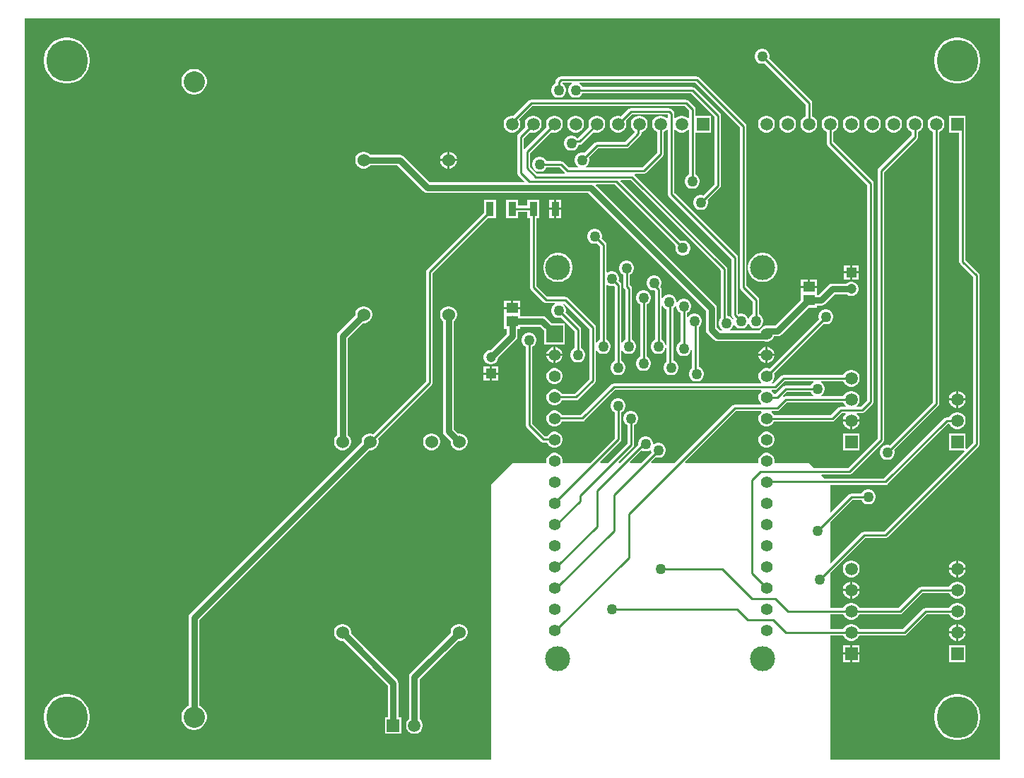
<source format=gtl>
G04*
G04 #@! TF.GenerationSoftware,Altium Limited,Altium Designer,23.3.1 (30)*
G04*
G04 Layer_Physical_Order=1*
G04 Layer_Color=255*
%FSLAX25Y25*%
%MOIN*%
G70*
G04*
G04 #@! TF.SameCoordinates,27A53AFF-B7D0-4960-851C-DE89EC337BCC*
G04*
G04*
G04 #@! TF.FilePolarity,Positive*
G04*
G01*
G75*
%ADD13C,0.01000*%
%ADD14R,0.05709X0.05118*%
%ADD15R,0.03764X0.06528*%
%ADD20R,0.04724X0.04724*%
%ADD21C,0.04724*%
%ADD29C,0.03000*%
%ADD30R,0.07874X0.07874*%
%ADD31C,0.05500*%
%ADD32C,0.11811*%
%ADD33C,0.05906*%
%ADD34R,0.05906X0.05906*%
%ADD35R,0.05906X0.05906*%
%ADD36C,0.10000*%
%ADD37C,0.06000*%
%ADD38C,0.05000*%
%ADD39C,0.19685*%
G36*
X552145Y357971D02*
X551851Y357801D01*
X551199Y357149D01*
X550842Y356529D01*
X539000D01*
X538415Y356413D01*
X537919Y356081D01*
X534367Y352529D01*
X533447D01*
X533001Y353303D01*
X532333Y353971D01*
X532350Y354180D01*
X532428Y354471D01*
X534000D01*
X534585Y354587D01*
X535081Y354919D01*
X538633Y358471D01*
X552011D01*
X552145Y357971D01*
D02*
G37*
G36*
X551199Y352851D02*
X551851Y352199D01*
X552145Y352029D01*
X552011Y351529D01*
X539000D01*
X538415Y351413D01*
X538018Y351148D01*
X537699Y351536D01*
X539634Y353471D01*
X550842D01*
X551199Y352851D01*
D02*
G37*
G36*
X566837Y347573D02*
X567381Y347029D01*
X567173Y346529D01*
X565000D01*
X564415Y346413D01*
X563918Y346081D01*
X560366Y342529D01*
X533447D01*
X533001Y343303D01*
X532333Y343971D01*
X532350Y344180D01*
X532428Y344471D01*
X535000D01*
X535585Y344587D01*
X536081Y344919D01*
X539634Y348471D01*
X566319D01*
X566837Y347573D01*
D02*
G37*
G36*
X475408Y325937D02*
X475500Y325845D01*
Y325539D01*
X475685Y324848D01*
X470837Y320000D01*
X465816D01*
X465625Y320462D01*
X471175Y326012D01*
X471649Y325739D01*
X472539Y325500D01*
X473461D01*
X474351Y325739D01*
X475000Y326113D01*
X475408Y325937D01*
D02*
G37*
G36*
X640000Y180000D02*
X560000D01*
Y238471D01*
X566319D01*
X566837Y237573D01*
X567573Y236837D01*
X568474Y236317D01*
X569480Y236047D01*
X570520D01*
X571526Y236317D01*
X572427Y236837D01*
X573163Y237573D01*
X573681Y238471D01*
X595000D01*
X595585Y238587D01*
X596081Y238919D01*
X605633Y248471D01*
X616319D01*
X616837Y247573D01*
X617573Y246837D01*
X618474Y246317D01*
X619480Y246047D01*
X620520D01*
X621526Y246317D01*
X622427Y246837D01*
X623163Y247573D01*
X623683Y248474D01*
X623953Y249480D01*
Y250520D01*
X623683Y251526D01*
X623163Y252427D01*
X622427Y253163D01*
X621526Y253683D01*
X620520Y253953D01*
X619480D01*
X618474Y253683D01*
X617573Y253163D01*
X616837Y252427D01*
X616319Y251529D01*
X605000D01*
X604415Y251413D01*
X603919Y251081D01*
X594367Y241529D01*
X573681D01*
X573163Y242427D01*
X572427Y243163D01*
X571526Y243683D01*
X570520Y243953D01*
X569480D01*
X568474Y243683D01*
X567573Y243163D01*
X566837Y242427D01*
X566319Y241529D01*
X560000D01*
Y248471D01*
X566319D01*
X566837Y247573D01*
X567573Y246837D01*
X568474Y246317D01*
X569480Y246047D01*
X570520D01*
X571526Y246317D01*
X572427Y246837D01*
X573163Y247573D01*
X573681Y248471D01*
X593000D01*
X593585Y248587D01*
X594081Y248919D01*
X603633Y258471D01*
X616319D01*
X616837Y257573D01*
X617573Y256837D01*
X618474Y256317D01*
X619480Y256047D01*
X620520D01*
X621526Y256317D01*
X622427Y256837D01*
X623163Y257573D01*
X623683Y258474D01*
X623953Y259480D01*
Y260520D01*
X623683Y261526D01*
X623163Y262427D01*
X622427Y263163D01*
X621526Y263683D01*
X620520Y263953D01*
X619480D01*
X618474Y263683D01*
X617573Y263163D01*
X616837Y262427D01*
X616319Y261529D01*
X603000D01*
X602415Y261413D01*
X601919Y261081D01*
X592367Y251529D01*
X573681D01*
X573163Y252427D01*
X572427Y253163D01*
X571526Y253683D01*
X570520Y253953D01*
X569480D01*
X568474Y253683D01*
X567573Y253163D01*
X566837Y252427D01*
X566319Y251529D01*
X560000D01*
Y267837D01*
X576634Y284471D01*
X586000D01*
X586585Y284587D01*
X587081Y284919D01*
X630081Y327919D01*
X630413Y328415D01*
X630529Y329000D01*
Y408500D01*
X630413Y409085D01*
X630082Y409581D01*
X623982Y415681D01*
Y480547D01*
X623953Y480695D01*
Y483953D01*
X616047D01*
Y476047D01*
X620923D01*
Y415047D01*
X621040Y414462D01*
X621371Y413966D01*
X627471Y407866D01*
Y329633D01*
X624415Y326578D01*
X623953Y326769D01*
Y333953D01*
X616047D01*
Y326047D01*
X623231D01*
X623422Y325585D01*
X585366Y287529D01*
X576000D01*
X575415Y287413D01*
X574919Y287081D01*
X560462Y272625D01*
X560000Y272816D01*
Y291837D01*
X570634Y302471D01*
X574841D01*
X575199Y301851D01*
X575851Y301199D01*
X576649Y300739D01*
X577539Y300500D01*
X578461D01*
X579351Y300739D01*
X580149Y301199D01*
X580801Y301851D01*
X581261Y302649D01*
X581500Y303539D01*
Y304461D01*
X581261Y305351D01*
X580801Y306149D01*
X580149Y306801D01*
X579351Y307261D01*
X578461Y307500D01*
X577539D01*
X576649Y307261D01*
X575851Y306801D01*
X575199Y306149D01*
X574841Y305529D01*
X570000D01*
X569415Y305413D01*
X568919Y305081D01*
X560462Y296625D01*
X560000Y296816D01*
Y309553D01*
X586083D01*
X586668Y309670D01*
X587164Y310001D01*
X615633Y338471D01*
X616319D01*
X616837Y337573D01*
X617573Y336837D01*
X618474Y336317D01*
X619480Y336047D01*
X620520D01*
X621526Y336317D01*
X622427Y336837D01*
X623163Y337573D01*
X623683Y338474D01*
X623953Y339480D01*
Y340520D01*
X623683Y341526D01*
X623163Y342427D01*
X622427Y343163D01*
X621526Y343683D01*
X620520Y343953D01*
X619480D01*
X618474Y343683D01*
X617573Y343163D01*
X616837Y342427D01*
X616319Y341529D01*
X615000D01*
X614415Y341413D01*
X613919Y341081D01*
X585449Y312612D01*
X557388D01*
X555991Y314009D01*
X556183Y314471D01*
X569000D01*
X569585Y314587D01*
X570081Y314919D01*
X585081Y329919D01*
X585413Y330415D01*
X585529Y331000D01*
Y457367D01*
X601081Y472919D01*
X601413Y473415D01*
X601529Y474000D01*
Y476319D01*
X602427Y476837D01*
X603163Y477573D01*
X603683Y478474D01*
X603953Y479480D01*
Y480520D01*
X603683Y481526D01*
X603163Y482427D01*
X602427Y483163D01*
X601526Y483683D01*
X600520Y483953D01*
X599480D01*
X598474Y483683D01*
X597573Y483163D01*
X596837Y482427D01*
X596317Y481526D01*
X596047Y480520D01*
Y479480D01*
X596317Y478474D01*
X596837Y477573D01*
X597573Y476837D01*
X598471Y476319D01*
Y474634D01*
X582919Y459081D01*
X582587Y458585D01*
X582471Y458000D01*
Y331633D01*
X568366Y317529D01*
X552471D01*
X550000Y320000D01*
X534025D01*
X533721Y320397D01*
X533750Y320506D01*
Y321494D01*
X533494Y322447D01*
X533001Y323303D01*
X532303Y324001D01*
X531448Y324494D01*
X530494Y324750D01*
X529506D01*
X528552Y324494D01*
X527698Y324001D01*
X526999Y323303D01*
X526506Y322447D01*
X526250Y321494D01*
Y320506D01*
X526279Y320397D01*
X525975Y320000D01*
X491816D01*
X491625Y320462D01*
X515633Y344471D01*
X527572D01*
X527649Y344180D01*
X527667Y343971D01*
X526999Y343303D01*
X526506Y342447D01*
X526250Y341494D01*
Y340506D01*
X526506Y339553D01*
X526999Y338697D01*
X527698Y337999D01*
X528552Y337506D01*
X529506Y337250D01*
X530494D01*
X531448Y337506D01*
X532303Y337999D01*
X533001Y338697D01*
X533447Y339471D01*
X561000D01*
X561585Y339587D01*
X562081Y339919D01*
X565633Y343471D01*
X567173D01*
X567381Y342971D01*
X566837Y342427D01*
X566317Y341526D01*
X566047Y340520D01*
Y340500D01*
X570000D01*
X573953D01*
Y340520D01*
X573683Y341526D01*
X573163Y342427D01*
X572619Y342971D01*
X572826Y343471D01*
X575000D01*
X575585Y343587D01*
X576081Y343919D01*
X580081Y347919D01*
X580413Y348415D01*
X580529Y349000D01*
Y452000D01*
X580413Y452585D01*
X580081Y453081D01*
X561529Y471633D01*
Y476319D01*
X562427Y476837D01*
X563163Y477573D01*
X563683Y478474D01*
X563953Y479480D01*
Y480520D01*
X563683Y481526D01*
X563163Y482427D01*
X562427Y483163D01*
X561526Y483683D01*
X560520Y483953D01*
X559480D01*
X558474Y483683D01*
X557573Y483163D01*
X556837Y482427D01*
X556317Y481526D01*
X556047Y480520D01*
Y479480D01*
X556317Y478474D01*
X556837Y477573D01*
X557573Y476837D01*
X558471Y476319D01*
Y471000D01*
X558587Y470415D01*
X558919Y469919D01*
X577471Y451367D01*
Y349634D01*
X574367Y346529D01*
X572826D01*
X572619Y347029D01*
X573163Y347573D01*
X573683Y348474D01*
X573953Y349480D01*
Y350520D01*
X573683Y351526D01*
X573163Y352427D01*
X572427Y353163D01*
X571526Y353683D01*
X570520Y353953D01*
X569480D01*
X568474Y353683D01*
X567573Y353163D01*
X566837Y352427D01*
X566319Y351529D01*
X555989D01*
X555855Y352029D01*
X556149Y352199D01*
X556801Y352851D01*
X557262Y353649D01*
X557500Y354539D01*
Y355461D01*
X557262Y356351D01*
X556801Y357149D01*
X556149Y357801D01*
X555855Y357971D01*
X555989Y358471D01*
X566319D01*
X566837Y357573D01*
X567573Y356837D01*
X568474Y356317D01*
X569480Y356047D01*
X570520D01*
X571526Y356317D01*
X572427Y356837D01*
X573163Y357573D01*
X573683Y358474D01*
X573953Y359480D01*
Y360520D01*
X573683Y361526D01*
X573163Y362427D01*
X572427Y363163D01*
X571526Y363683D01*
X570520Y363953D01*
X569480D01*
X568474Y363683D01*
X567573Y363163D01*
X566837Y362427D01*
X566319Y361529D01*
X538000D01*
X537415Y361413D01*
X536918Y361081D01*
X533366Y357529D01*
X532428D01*
X532350Y357820D01*
X532333Y358029D01*
X533001Y358697D01*
X533494Y359553D01*
X533750Y360506D01*
Y361494D01*
X533519Y362356D01*
X556848Y385685D01*
X557539Y385500D01*
X558461D01*
X559351Y385738D01*
X560149Y386199D01*
X560801Y386851D01*
X561262Y387649D01*
X561500Y388539D01*
Y389461D01*
X561262Y390351D01*
X560801Y391149D01*
X560149Y391801D01*
X559351Y392262D01*
X558461Y392500D01*
X557539D01*
X556649Y392262D01*
X555851Y391801D01*
X555199Y391149D01*
X554739Y390351D01*
X554500Y389461D01*
Y388539D01*
X554685Y387848D01*
X531356Y364519D01*
X530494Y364750D01*
X529506D01*
X528552Y364494D01*
X527698Y364001D01*
X526999Y363303D01*
X526506Y362447D01*
X526250Y361494D01*
Y360506D01*
X526506Y359553D01*
X526999Y358697D01*
X527667Y358029D01*
X527649Y357820D01*
X527572Y357529D01*
X458000D01*
X457415Y357413D01*
X456919Y357081D01*
X442449Y342612D01*
X433399D01*
X433001Y343303D01*
X432303Y344001D01*
X431448Y344494D01*
X430494Y344750D01*
X429506D01*
X428552Y344494D01*
X427698Y344001D01*
X426999Y343303D01*
X426506Y342447D01*
X426250Y341494D01*
Y340506D01*
X426506Y339553D01*
X426999Y338697D01*
X427698Y337999D01*
X428552Y337506D01*
X429506Y337250D01*
X430494D01*
X431448Y337506D01*
X432303Y337999D01*
X433001Y338697D01*
X433494Y339553D01*
X433495Y339553D01*
X443083D01*
X443668Y339670D01*
X444164Y340001D01*
X458634Y354471D01*
X527572D01*
X527649Y354180D01*
X527667Y353971D01*
X526999Y353303D01*
X526506Y352447D01*
X526250Y351494D01*
Y350506D01*
X526506Y349553D01*
X526999Y348697D01*
X527667Y348029D01*
X527649Y347820D01*
X527572Y347529D01*
X515000D01*
X514415Y347413D01*
X513919Y347081D01*
X486837Y320000D01*
X475816D01*
X475625Y320462D01*
X477848Y322685D01*
X478539Y322500D01*
X479461D01*
X480351Y322739D01*
X481149Y323199D01*
X481801Y323851D01*
X482262Y324649D01*
X482500Y325539D01*
Y326461D01*
X482262Y327351D01*
X481801Y328149D01*
X481149Y328801D01*
X480351Y329261D01*
X479461Y329500D01*
X478539D01*
X477649Y329261D01*
X477000Y328887D01*
X476592Y329063D01*
X476500Y329155D01*
Y329461D01*
X476262Y330351D01*
X475801Y331149D01*
X475149Y331801D01*
X474351Y332261D01*
X473461Y332500D01*
X472539D01*
X471649Y332261D01*
X470851Y331801D01*
X470199Y331149D01*
X469738Y330351D01*
X469500Y329461D01*
Y328663D01*
X460837Y320000D01*
X460357D01*
X460166Y320462D01*
X467081Y327377D01*
X467413Y327873D01*
X467529Y328459D01*
Y337842D01*
X468149Y338199D01*
X468801Y338851D01*
X469262Y339649D01*
X469500Y340539D01*
Y341461D01*
X469262Y342351D01*
X468801Y343149D01*
X468149Y343801D01*
X467351Y344262D01*
X466461Y344500D01*
X465539D01*
X464649Y344262D01*
X463851Y343801D01*
X463199Y343149D01*
X462739Y342351D01*
X462500Y341461D01*
Y340539D01*
X462739Y339649D01*
X463199Y338851D01*
X463851Y338199D01*
X464471Y337842D01*
Y329092D01*
X455378Y320000D01*
X451733D01*
X451542Y320462D01*
X461081Y330001D01*
X461413Y330497D01*
X461529Y331083D01*
Y343842D01*
X462149Y344199D01*
X462801Y344851D01*
X463262Y345649D01*
X463500Y346539D01*
Y347461D01*
X463262Y348351D01*
X462801Y349149D01*
X462149Y349801D01*
X461351Y350261D01*
X460461Y350500D01*
X459539D01*
X458649Y350261D01*
X457851Y349801D01*
X457199Y349149D01*
X456739Y348351D01*
X456500Y347461D01*
Y346539D01*
X456739Y345649D01*
X457199Y344851D01*
X457851Y344199D01*
X458471Y343842D01*
Y331716D01*
X446754Y320000D01*
X434025D01*
X433721Y320397D01*
X433750Y320506D01*
Y321494D01*
X433494Y322447D01*
X433001Y323303D01*
X432303Y324001D01*
X431448Y324494D01*
X430494Y324750D01*
X429506D01*
X428552Y324494D01*
X427698Y324001D01*
X426999Y323303D01*
X426506Y322447D01*
X426250Y321494D01*
Y320506D01*
X426279Y320397D01*
X425975Y320000D01*
X410000D01*
X400000Y310000D01*
Y180000D01*
X180000D01*
Y530000D01*
X640000D01*
Y180000D01*
D02*
G37*
%LPC*%
G36*
X620853Y520843D02*
X619147D01*
X617461Y520576D01*
X615838Y520048D01*
X614317Y519273D01*
X612937Y518270D01*
X611730Y517063D01*
X610727Y515683D01*
X609952Y514162D01*
X609424Y512539D01*
X609158Y510853D01*
Y509147D01*
X609424Y507461D01*
X609952Y505838D01*
X610727Y504317D01*
X611730Y502937D01*
X612937Y501730D01*
X614317Y500727D01*
X615838Y499952D01*
X617461Y499425D01*
X619147Y499157D01*
X620853D01*
X622539Y499425D01*
X624162Y499952D01*
X625683Y500727D01*
X627063Y501730D01*
X628270Y502937D01*
X629273Y504317D01*
X630048Y505838D01*
X630576Y507461D01*
X630842Y509147D01*
Y510853D01*
X630576Y512539D01*
X630048Y514162D01*
X629273Y515683D01*
X628270Y517063D01*
X627063Y518270D01*
X625683Y519273D01*
X624162Y520048D01*
X622539Y520576D01*
X620853Y520843D01*
D02*
G37*
G36*
X200853D02*
X199147D01*
X197461Y520576D01*
X195838Y520048D01*
X194317Y519273D01*
X192937Y518270D01*
X191730Y517063D01*
X190727Y515683D01*
X189952Y514162D01*
X189425Y512539D01*
X189157Y510853D01*
Y509147D01*
X189425Y507461D01*
X189952Y505838D01*
X190727Y504317D01*
X191730Y502937D01*
X192937Y501730D01*
X194317Y500727D01*
X195838Y499952D01*
X197461Y499425D01*
X199147Y499157D01*
X200853D01*
X202539Y499425D01*
X204162Y499952D01*
X205683Y500727D01*
X207063Y501730D01*
X208270Y502937D01*
X209273Y504317D01*
X210048Y505838D01*
X210576Y507461D01*
X210842Y509147D01*
Y510853D01*
X210576Y512539D01*
X210048Y514162D01*
X209273Y515683D01*
X208270Y517063D01*
X207063Y518270D01*
X205683Y519273D01*
X204162Y520048D01*
X202539Y520576D01*
X200853Y520843D01*
D02*
G37*
G36*
X260591Y506000D02*
X259409D01*
X258250Y505769D01*
X257158Y505317D01*
X256175Y504661D01*
X255340Y503825D01*
X254683Y502842D01*
X254231Y501750D01*
X254000Y500591D01*
Y499409D01*
X254231Y498250D01*
X254683Y497158D01*
X255340Y496175D01*
X256175Y495339D01*
X257158Y494683D01*
X258250Y494231D01*
X259409Y494000D01*
X260591D01*
X261750Y494231D01*
X262842Y494683D01*
X263825Y495339D01*
X264661Y496175D01*
X265317Y497158D01*
X265769Y498250D01*
X266000Y499409D01*
Y500591D01*
X265769Y501750D01*
X265317Y502842D01*
X264661Y503825D01*
X263825Y504661D01*
X262842Y505317D01*
X261750Y505769D01*
X260591Y506000D01*
D02*
G37*
G36*
X590520Y483953D02*
X589480D01*
X588474Y483683D01*
X587573Y483163D01*
X586837Y482427D01*
X586317Y481526D01*
X586047Y480520D01*
Y479480D01*
X586317Y478474D01*
X586837Y477573D01*
X587573Y476837D01*
X588474Y476317D01*
X589480Y476047D01*
X590520D01*
X591526Y476317D01*
X592427Y476837D01*
X593163Y477573D01*
X593683Y478474D01*
X593953Y479480D01*
Y480520D01*
X593683Y481526D01*
X593163Y482427D01*
X592427Y483163D01*
X591526Y483683D01*
X590520Y483953D01*
D02*
G37*
G36*
X580520D02*
X579480D01*
X578474Y483683D01*
X577573Y483163D01*
X576837Y482427D01*
X576317Y481526D01*
X576047Y480520D01*
Y479480D01*
X576317Y478474D01*
X576837Y477573D01*
X577573Y476837D01*
X578474Y476317D01*
X579480Y476047D01*
X580520D01*
X581526Y476317D01*
X582427Y476837D01*
X583163Y477573D01*
X583683Y478474D01*
X583953Y479480D01*
Y480520D01*
X583683Y481526D01*
X583163Y482427D01*
X582427Y483163D01*
X581526Y483683D01*
X580520Y483953D01*
D02*
G37*
G36*
X570520D02*
X569480D01*
X568474Y483683D01*
X567573Y483163D01*
X566837Y482427D01*
X566317Y481526D01*
X566047Y480520D01*
Y479480D01*
X566317Y478474D01*
X566837Y477573D01*
X567573Y476837D01*
X568474Y476317D01*
X569480Y476047D01*
X570520D01*
X571526Y476317D01*
X572427Y476837D01*
X573163Y477573D01*
X573683Y478474D01*
X573953Y479480D01*
Y480520D01*
X573683Y481526D01*
X573163Y482427D01*
X572427Y483163D01*
X571526Y483683D01*
X570520Y483953D01*
D02*
G37*
G36*
X528461Y515500D02*
X527539D01*
X526649Y515262D01*
X525851Y514801D01*
X525199Y514149D01*
X524739Y513351D01*
X524500Y512461D01*
Y511539D01*
X524739Y510649D01*
X525199Y509851D01*
X525851Y509199D01*
X526649Y508739D01*
X527539Y508500D01*
X528461D01*
X529152Y508685D01*
X548471Y489366D01*
Y483681D01*
X547573Y483163D01*
X546837Y482427D01*
X546317Y481526D01*
X546047Y480520D01*
Y479480D01*
X546317Y478474D01*
X546837Y477573D01*
X547573Y476837D01*
X548474Y476317D01*
X549480Y476047D01*
X550520D01*
X551526Y476317D01*
X552427Y476837D01*
X553163Y477573D01*
X553683Y478474D01*
X553953Y479480D01*
Y480520D01*
X553683Y481526D01*
X553163Y482427D01*
X552427Y483163D01*
X551529Y483681D01*
Y490000D01*
X551413Y490585D01*
X551081Y491081D01*
X531315Y510848D01*
X531500Y511539D01*
Y512461D01*
X531261Y513351D01*
X530801Y514149D01*
X530149Y514801D01*
X529351Y515262D01*
X528461Y515500D01*
D02*
G37*
G36*
X540520Y483953D02*
X539480D01*
X538474Y483683D01*
X537573Y483163D01*
X536837Y482427D01*
X536317Y481526D01*
X536047Y480520D01*
Y479480D01*
X536317Y478474D01*
X536837Y477573D01*
X537573Y476837D01*
X538474Y476317D01*
X539480Y476047D01*
X540520D01*
X541526Y476317D01*
X542427Y476837D01*
X543163Y477573D01*
X543683Y478474D01*
X543953Y479480D01*
Y480520D01*
X543683Y481526D01*
X543163Y482427D01*
X542427Y483163D01*
X541526Y483683D01*
X540520Y483953D01*
D02*
G37*
G36*
X530520D02*
X529480D01*
X528474Y483683D01*
X527573Y483163D01*
X526837Y482427D01*
X526317Y481526D01*
X526047Y480520D01*
Y479480D01*
X526317Y478474D01*
X526837Y477573D01*
X527573Y476837D01*
X528474Y476317D01*
X529480Y476047D01*
X530520D01*
X531526Y476317D01*
X532427Y476837D01*
X533163Y477573D01*
X533683Y478474D01*
X533953Y479480D01*
Y480520D01*
X533683Y481526D01*
X533163Y482427D01*
X532427Y483163D01*
X531526Y483683D01*
X530520Y483953D01*
D02*
G37*
G36*
X450520D02*
X449480D01*
X448474Y483683D01*
X447573Y483163D01*
X446837Y482427D01*
X446317Y481526D01*
X446047Y480520D01*
Y479480D01*
X446315Y478478D01*
X441132Y473295D01*
X440655D01*
X440149Y473801D01*
X439351Y474262D01*
X438461Y474500D01*
X437539D01*
X436649Y474262D01*
X435851Y473801D01*
X435199Y473149D01*
X434738Y472351D01*
X434500Y471461D01*
Y470539D01*
X434738Y469649D01*
X435199Y468851D01*
X435851Y468199D01*
X436649Y467738D01*
X437539Y467500D01*
X438461D01*
X439351Y467738D01*
X440149Y468199D01*
X440801Y468851D01*
X441261Y469649D01*
X441419Y470236D01*
X441765D01*
X442351Y470352D01*
X442847Y470684D01*
X448478Y476315D01*
X449480Y476047D01*
X450520D01*
X451526Y476317D01*
X452427Y476837D01*
X453163Y477573D01*
X453683Y478474D01*
X453953Y479480D01*
Y480520D01*
X453683Y481526D01*
X453163Y482427D01*
X452427Y483163D01*
X451526Y483683D01*
X450520Y483953D01*
D02*
G37*
G36*
X440520D02*
X439480D01*
X438474Y483683D01*
X437573Y483163D01*
X436837Y482427D01*
X436317Y481526D01*
X436047Y480520D01*
Y479480D01*
X436317Y478474D01*
X436837Y477573D01*
X437573Y476837D01*
X438474Y476317D01*
X439480Y476047D01*
X440520D01*
X441526Y476317D01*
X442427Y476837D01*
X443163Y477573D01*
X443683Y478474D01*
X443953Y479480D01*
Y480520D01*
X443683Y481526D01*
X443163Y482427D01*
X442427Y483163D01*
X441526Y483683D01*
X440520Y483953D01*
D02*
G37*
G36*
X380527Y467000D02*
X380500D01*
Y463500D01*
X384000D01*
Y463527D01*
X383727Y464544D01*
X383201Y465456D01*
X382456Y466201D01*
X381544Y466727D01*
X380527Y467000D01*
D02*
G37*
G36*
X379500D02*
X379473D01*
X378456Y466727D01*
X377544Y466201D01*
X376799Y465456D01*
X376273Y464544D01*
X376000Y463527D01*
Y463500D01*
X379500D01*
Y467000D01*
D02*
G37*
G36*
X384000Y462500D02*
X380500D01*
Y459000D01*
X380527D01*
X381544Y459273D01*
X382456Y459799D01*
X383201Y460544D01*
X383727Y461456D01*
X384000Y462473D01*
Y462500D01*
D02*
G37*
G36*
X379500D02*
X376000D01*
Y462473D01*
X376273Y461456D01*
X376799Y460544D01*
X377544Y459799D01*
X378456Y459273D01*
X379473Y459000D01*
X379500D01*
Y462500D01*
D02*
G37*
G36*
X497000Y502529D02*
X433000D01*
X432415Y502413D01*
X431919Y502081D01*
X430919Y501081D01*
X430587Y500585D01*
X430471Y500000D01*
Y499158D01*
X429851Y498801D01*
X429199Y498149D01*
X428738Y497351D01*
X428500Y496461D01*
Y495539D01*
X428738Y494649D01*
X429199Y493851D01*
X429851Y493199D01*
X430649Y492738D01*
X431539Y492500D01*
X432461D01*
X433351Y492738D01*
X434149Y493199D01*
X434801Y493851D01*
X435261Y494649D01*
X435500Y495539D01*
Y496461D01*
X435261Y497351D01*
X434801Y498149D01*
X434149Y498801D01*
X433855Y498971D01*
X433989Y499471D01*
X438011D01*
X438145Y498971D01*
X437851Y498801D01*
X437199Y498149D01*
X436738Y497351D01*
X436500Y496461D01*
Y495539D01*
X436738Y494649D01*
X437199Y493851D01*
X437851Y493199D01*
X438649Y492738D01*
X439539Y492500D01*
X440461D01*
X441351Y492738D01*
X442149Y493199D01*
X442801Y493851D01*
X443158Y494471D01*
X494367D01*
X505471Y483366D01*
Y451634D01*
X500152Y446315D01*
X499461Y446500D01*
X498539D01*
X497649Y446262D01*
X496851Y445801D01*
X496199Y445149D01*
X495739Y444351D01*
X495500Y443461D01*
Y442539D01*
X495739Y441649D01*
X496199Y440851D01*
X496851Y440199D01*
X497649Y439739D01*
X498539Y439500D01*
X499461D01*
X500351Y439739D01*
X501149Y440199D01*
X501801Y440851D01*
X502261Y441649D01*
X502500Y442539D01*
Y443461D01*
X502315Y444152D01*
X508081Y449919D01*
X508413Y450415D01*
X508529Y451000D01*
Y484000D01*
X508413Y484585D01*
X508081Y485081D01*
X496081Y497081D01*
X495585Y497413D01*
X495000Y497529D01*
X443158D01*
X442801Y498149D01*
X442149Y498801D01*
X441855Y498971D01*
X441989Y499471D01*
X496367D01*
X517471Y478367D01*
Y403000D01*
X517587Y402415D01*
X517919Y401919D01*
X523471Y396367D01*
Y390159D01*
X522851Y389801D01*
X522199Y389149D01*
X521766Y388399D01*
X521500Y388358D01*
X521234Y388399D01*
X520801Y389149D01*
X520149Y389801D01*
X519351Y390262D01*
X518461Y390500D01*
X517539D01*
X516903Y390330D01*
X516529Y390652D01*
Y417041D01*
X516413Y417626D01*
X516081Y418123D01*
X486529Y447675D01*
Y477174D01*
X487029Y477381D01*
X487573Y476837D01*
X488474Y476317D01*
X489480Y476047D01*
X490520D01*
X491526Y476317D01*
X492427Y476837D01*
X492971Y477381D01*
X493471Y477174D01*
Y456158D01*
X492851Y455801D01*
X492199Y455149D01*
X491739Y454351D01*
X491500Y453461D01*
Y452539D01*
X491739Y451649D01*
X492199Y450851D01*
X492851Y450199D01*
X493649Y449739D01*
X494539Y449500D01*
X495461D01*
X496351Y449739D01*
X497149Y450199D01*
X497801Y450851D01*
X498261Y451649D01*
X498500Y452539D01*
Y453461D01*
X498261Y454351D01*
X497801Y455149D01*
X497149Y455801D01*
X496529Y456158D01*
Y476047D01*
X503953D01*
Y483953D01*
X496529D01*
Y487000D01*
X496413Y487585D01*
X496081Y488081D01*
X493081Y491081D01*
X492585Y491413D01*
X492000Y491529D01*
X419000D01*
X418415Y491413D01*
X417919Y491081D01*
X410733Y483896D01*
X410520Y483953D01*
X409480D01*
X408474Y483683D01*
X407573Y483163D01*
X406837Y482427D01*
X406317Y481526D01*
X406047Y480520D01*
Y479480D01*
X406317Y478474D01*
X406837Y477573D01*
X407573Y476837D01*
X408474Y476317D01*
X409480Y476047D01*
X410520D01*
X411526Y476317D01*
X412427Y476837D01*
X413163Y477573D01*
X413683Y478474D01*
X413953Y479480D01*
Y480520D01*
X413683Y481526D01*
X413319Y482156D01*
X419633Y488471D01*
X491366D01*
X493471Y486367D01*
Y482827D01*
X492971Y482619D01*
X492427Y483163D01*
X491526Y483683D01*
X490520Y483953D01*
X489480D01*
X488474Y483683D01*
X487573Y483163D01*
X487029Y482619D01*
X486529Y482827D01*
Y485000D01*
X486413Y485585D01*
X486081Y486081D01*
X485081Y487081D01*
X484585Y487413D01*
X484000Y487529D01*
X466000D01*
X465415Y487413D01*
X464919Y487081D01*
X461522Y483684D01*
X460520Y483953D01*
X459480D01*
X458474Y483683D01*
X457573Y483163D01*
X456837Y482427D01*
X456317Y481526D01*
X456047Y480520D01*
Y479480D01*
X456317Y478474D01*
X456837Y477573D01*
X457573Y476837D01*
X458474Y476317D01*
X459480Y476047D01*
X460520D01*
X461526Y476317D01*
X462427Y476837D01*
X463163Y477573D01*
X463683Y478474D01*
X463953Y479480D01*
Y480520D01*
X463685Y481522D01*
X466634Y484471D01*
X483366D01*
X483471Y484367D01*
Y482827D01*
X482971Y482619D01*
X482427Y483163D01*
X481526Y483683D01*
X480520Y483953D01*
X479480D01*
X478474Y483683D01*
X477573Y483163D01*
X476837Y482427D01*
X476317Y481526D01*
X476047Y480520D01*
Y479480D01*
X476317Y478474D01*
X476837Y477573D01*
X477573Y476837D01*
X478471Y476319D01*
Y466634D01*
X471367Y459529D01*
X444989D01*
X444855Y460029D01*
X445149Y460199D01*
X445801Y460851D01*
X446262Y461649D01*
X446500Y462539D01*
Y463461D01*
X446315Y464152D01*
X450633Y468471D01*
X464000D01*
X464585Y468587D01*
X465081Y468919D01*
X470629Y474466D01*
X470960Y474962D01*
X471077Y475547D01*
Y476196D01*
X471526Y476317D01*
X472427Y476837D01*
X473163Y477573D01*
X473683Y478474D01*
X473953Y479480D01*
Y480520D01*
X473683Y481526D01*
X473163Y482427D01*
X472427Y483163D01*
X471526Y483683D01*
X470520Y483953D01*
X469480D01*
X468474Y483683D01*
X467573Y483163D01*
X466837Y482427D01*
X466317Y481526D01*
X466047Y480520D01*
Y479480D01*
X466317Y478474D01*
X466837Y477573D01*
X467573Y476837D01*
X467916Y476639D01*
X467959Y476122D01*
X463367Y471529D01*
X450000D01*
X449415Y471413D01*
X448918Y471081D01*
X444152Y466315D01*
X443461Y466500D01*
X442539D01*
X441649Y466261D01*
X440851Y465801D01*
X440199Y465149D01*
X439739Y464351D01*
X439500Y463461D01*
Y462539D01*
X439739Y461649D01*
X440199Y460851D01*
X440851Y460199D01*
X441145Y460029D01*
X441011Y459529D01*
X436633D01*
X434081Y462081D01*
X433585Y462413D01*
X433000Y462529D01*
X426159D01*
X425801Y463149D01*
X425149Y463801D01*
X424351Y464261D01*
X423461Y464500D01*
X422539D01*
X421649Y464261D01*
X420851Y463801D01*
X420199Y463149D01*
X419738Y462351D01*
X419500Y461461D01*
Y460539D01*
X419738Y459649D01*
X420199Y458851D01*
X420851Y458199D01*
X421649Y457738D01*
X422539Y457500D01*
X423461D01*
X424351Y457738D01*
X425149Y458199D01*
X425801Y458851D01*
X426159Y459471D01*
X432367D01*
X434808Y457029D01*
X434671Y456592D01*
X434623Y456529D01*
X421814D01*
X418529Y459814D01*
Y466366D01*
X428478Y476315D01*
X429480Y476047D01*
X430520D01*
X431526Y476317D01*
X432427Y476837D01*
X433163Y477573D01*
X433683Y478474D01*
X433953Y479480D01*
Y480520D01*
X433683Y481526D01*
X433163Y482427D01*
X432427Y483163D01*
X431526Y483683D01*
X430520Y483953D01*
X429480D01*
X428474Y483683D01*
X427573Y483163D01*
X426837Y482427D01*
X426317Y481526D01*
X426047Y480520D01*
Y479480D01*
X426315Y478478D01*
X416029Y468192D01*
X415592Y468329D01*
X415529Y468377D01*
Y473366D01*
X418478Y476315D01*
X419480Y476047D01*
X420520D01*
X421526Y476317D01*
X422427Y476837D01*
X423163Y477573D01*
X423683Y478474D01*
X423953Y479480D01*
Y480520D01*
X423683Y481526D01*
X423163Y482427D01*
X422427Y483163D01*
X421526Y483683D01*
X420520Y483953D01*
X419480D01*
X418474Y483683D01*
X417573Y483163D01*
X416837Y482427D01*
X416317Y481526D01*
X416047Y480520D01*
Y479480D01*
X416316Y478478D01*
X412919Y475081D01*
X412587Y474585D01*
X412471Y474000D01*
Y457000D01*
X412587Y456415D01*
X412919Y455919D01*
X415826Y453011D01*
X415635Y452549D01*
X371056D01*
X358802Y464802D01*
X357976Y465355D01*
X357000Y465549D01*
X343108D01*
X342456Y466201D01*
X341544Y466727D01*
X340527Y467000D01*
X339473D01*
X338456Y466727D01*
X337544Y466201D01*
X336799Y465456D01*
X336273Y464544D01*
X336000Y463527D01*
Y462473D01*
X336273Y461456D01*
X336799Y460544D01*
X337544Y459799D01*
X338456Y459273D01*
X339473Y459000D01*
X340527D01*
X341544Y459273D01*
X342456Y459799D01*
X343108Y460451D01*
X355944D01*
X368198Y448198D01*
X369024Y447645D01*
X370000Y447451D01*
X445944D01*
X501451Y391944D01*
Y383000D01*
X501645Y382025D01*
X502198Y381198D01*
X505198Y378198D01*
X506025Y377645D01*
X507000Y377451D01*
X528756D01*
X529506Y377250D01*
X530494D01*
X531448Y377506D01*
X532303Y377999D01*
X533001Y378697D01*
X533494Y379553D01*
X533574Y379849D01*
X535252D01*
X536228Y380043D01*
X537055Y380596D01*
X549751Y393291D01*
X553854D01*
Y394301D01*
X555738D01*
X556714Y394495D01*
X557541Y395048D01*
X562070Y399577D01*
X567794D01*
X567936Y399436D01*
X568702Y398993D01*
X569557Y398764D01*
X570443D01*
X571298Y398993D01*
X572064Y399436D01*
X572690Y400062D01*
X573133Y400828D01*
X573362Y401683D01*
Y402569D01*
X573133Y403424D01*
X572690Y404190D01*
X572064Y404816D01*
X571298Y405259D01*
X570443Y405488D01*
X569557D01*
X568702Y405259D01*
X567936Y404816D01*
X567794Y404675D01*
X561014D01*
X560038Y404481D01*
X559211Y403928D01*
X554682Y399399D01*
X553854D01*
Y402650D01*
X546146D01*
Y399591D01*
Y396896D01*
X534197Y384947D01*
X531315D01*
X530340Y384753D01*
X530336Y384750D01*
X529506D01*
X528552Y384494D01*
X527698Y384001D01*
X526999Y383303D01*
X526564Y382549D01*
X513120D01*
X512986Y383049D01*
X513185Y383164D01*
X513836Y383815D01*
X514297Y384613D01*
X514443Y385160D01*
X514980Y385231D01*
X515199Y384851D01*
X515851Y384199D01*
X516649Y383738D01*
X517539Y383500D01*
X518461D01*
X519351Y383738D01*
X520149Y384199D01*
X520801Y384851D01*
X521234Y385601D01*
X521500Y385642D01*
X521766Y385601D01*
X522199Y384851D01*
X522851Y384199D01*
X523649Y383738D01*
X524539Y383500D01*
X525461D01*
X526351Y383738D01*
X527149Y384199D01*
X527801Y384851D01*
X528262Y385649D01*
X528500Y386539D01*
Y387461D01*
X528262Y388351D01*
X527801Y389149D01*
X527149Y389801D01*
X526529Y390159D01*
Y397000D01*
X526413Y397585D01*
X526081Y398081D01*
X520529Y403633D01*
Y479000D01*
X520413Y479585D01*
X520081Y480081D01*
X498081Y502081D01*
X497585Y502413D01*
X497000Y502529D01*
D02*
G37*
G36*
X422882Y444264D02*
X417118D01*
Y441529D01*
X412882D01*
Y444264D01*
X407118D01*
Y435736D01*
X412882D01*
Y438471D01*
X417118D01*
Y435736D01*
X418471D01*
Y403000D01*
X418587Y402415D01*
X418919Y401919D01*
X424919Y395919D01*
X425415Y395587D01*
X426000Y395471D01*
X430011D01*
X430145Y394971D01*
X429851Y394801D01*
X429199Y394149D01*
X428738Y393351D01*
X428500Y392461D01*
Y391539D01*
X428738Y390649D01*
X429199Y389851D01*
X429851Y389199D01*
X430649Y388738D01*
X431539Y388500D01*
X432461D01*
X433152Y388685D01*
X439471Y382366D01*
Y374159D01*
X438851Y373801D01*
X438199Y373149D01*
X437739Y372351D01*
X437500Y371461D01*
Y370539D01*
X437739Y369649D01*
X438199Y368851D01*
X438851Y368199D01*
X439649Y367739D01*
X440539Y367500D01*
X441461D01*
X442351Y367739D01*
X443149Y368199D01*
X443801Y368851D01*
X444262Y369649D01*
X444500Y370539D01*
Y371461D01*
X444262Y372351D01*
X443801Y373149D01*
X443149Y373801D01*
X442529Y374159D01*
Y383000D01*
X442413Y383585D01*
X442081Y384081D01*
X435315Y390848D01*
X435500Y391539D01*
Y392461D01*
X435261Y393351D01*
X434801Y394149D01*
X434149Y394801D01*
X434127Y394813D01*
X434226Y395334D01*
X434468Y395369D01*
X446471Y383366D01*
Y359633D01*
X439449Y352612D01*
X433399D01*
X433001Y353303D01*
X432303Y354001D01*
X431448Y354494D01*
X430494Y354750D01*
X429506D01*
X428552Y354494D01*
X427698Y354001D01*
X426999Y353303D01*
X426506Y352447D01*
X426250Y351494D01*
Y350506D01*
X426506Y349553D01*
X426999Y348697D01*
X427698Y347999D01*
X428552Y347506D01*
X429506Y347250D01*
X430494D01*
X431448Y347506D01*
X432303Y347999D01*
X433001Y348697D01*
X433494Y349553D01*
X433495Y349553D01*
X440083D01*
X440668Y349670D01*
X441164Y350001D01*
X449081Y357919D01*
X449413Y358415D01*
X449529Y359000D01*
Y373011D01*
X450029Y373145D01*
X450199Y372851D01*
X450851Y372199D01*
X451649Y371739D01*
X452539Y371500D01*
X453461D01*
X454351Y371739D01*
X455149Y372199D01*
X455801Y372851D01*
X456261Y373649D01*
X456500Y374539D01*
Y375461D01*
X456261Y376351D01*
X455801Y377149D01*
X455149Y377801D01*
X454529Y378158D01*
Y403860D01*
X455029Y404096D01*
X455649Y403738D01*
X456539Y403500D01*
X457461D01*
X458097Y403670D01*
X458471Y403347D01*
Y368159D01*
X457851Y367801D01*
X457199Y367149D01*
X456739Y366351D01*
X456500Y365461D01*
Y364539D01*
X456739Y363649D01*
X457199Y362851D01*
X457851Y362199D01*
X458649Y361738D01*
X459539Y361500D01*
X460461D01*
X461351Y361738D01*
X462149Y362199D01*
X462801Y362851D01*
X463262Y363649D01*
X463500Y364539D01*
Y365461D01*
X463262Y366351D01*
X462801Y367149D01*
X462149Y367801D01*
X461529Y368159D01*
Y373011D01*
X462029Y373145D01*
X462199Y372851D01*
X462851Y372199D01*
X463649Y371739D01*
X464539Y371500D01*
X465461D01*
X466351Y371739D01*
X467149Y372199D01*
X467801Y372851D01*
X468261Y373649D01*
X468500Y374539D01*
Y375461D01*
X468261Y376351D01*
X467801Y377149D01*
X467149Y377801D01*
X466529Y378158D01*
Y402414D01*
X466413Y402999D01*
X466081Y403496D01*
X465529Y404048D01*
Y408842D01*
X466149Y409199D01*
X466801Y409851D01*
X467262Y410649D01*
X467500Y411539D01*
Y412461D01*
X467262Y413351D01*
X466801Y414149D01*
X466149Y414801D01*
X465351Y415262D01*
X464461Y415500D01*
X463539D01*
X462649Y415262D01*
X461851Y414801D01*
X461199Y414149D01*
X460739Y413351D01*
X460500Y412461D01*
Y411539D01*
X460739Y410649D01*
X461199Y409851D01*
X461851Y409199D01*
X462471Y408842D01*
Y403414D01*
X462587Y402829D01*
X462919Y402333D01*
X463471Y401781D01*
Y378158D01*
X462851Y377801D01*
X462199Y377149D01*
X462029Y376855D01*
X461529Y376989D01*
Y404000D01*
X461413Y404585D01*
X461081Y405081D01*
X460315Y405848D01*
X460500Y406539D01*
Y407461D01*
X460261Y408351D01*
X459801Y409149D01*
X459149Y409801D01*
X458351Y410261D01*
X457461Y410500D01*
X456539D01*
X455649Y410261D01*
X455029Y409904D01*
X454529Y410141D01*
Y423000D01*
X454413Y423585D01*
X454081Y424082D01*
X452315Y425848D01*
X452500Y426539D01*
Y427461D01*
X452261Y428351D01*
X451801Y429149D01*
X451149Y429801D01*
X450351Y430262D01*
X449461Y430500D01*
X448539D01*
X447649Y430262D01*
X446851Y429801D01*
X446199Y429149D01*
X445739Y428351D01*
X445500Y427461D01*
Y426539D01*
X445739Y425649D01*
X446199Y424851D01*
X446851Y424199D01*
X447649Y423738D01*
X448539Y423500D01*
X449461D01*
X450152Y423685D01*
X451471Y422367D01*
Y378158D01*
X450851Y377801D01*
X450199Y377149D01*
X450029Y376855D01*
X449529Y376989D01*
Y384000D01*
X449413Y384585D01*
X449081Y385081D01*
X436081Y398081D01*
X435585Y398413D01*
X435000Y398529D01*
X426634D01*
X421529Y403633D01*
Y435736D01*
X422882D01*
Y444264D01*
D02*
G37*
G36*
X433324D02*
X430942D01*
Y440500D01*
X433324D01*
Y444264D01*
D02*
G37*
G36*
X429942D02*
X427560D01*
Y440500D01*
X429942D01*
Y444264D01*
D02*
G37*
G36*
X433324Y439500D02*
X430942D01*
Y435736D01*
X433324D01*
Y439500D01*
D02*
G37*
G36*
X429942D02*
X427560D01*
Y435736D01*
X429942D01*
Y439500D01*
D02*
G37*
G36*
X573362Y413362D02*
X570500D01*
Y410500D01*
X573362D01*
Y413362D01*
D02*
G37*
G36*
X569500D02*
X566638D01*
Y410500D01*
X569500D01*
Y413362D01*
D02*
G37*
G36*
X573362Y409500D02*
X570500D01*
Y406638D01*
X573362D01*
Y409500D01*
D02*
G37*
G36*
X569500D02*
X566638D01*
Y406638D01*
X569500D01*
Y409500D01*
D02*
G37*
G36*
X528830Y419244D02*
X527469D01*
X526135Y418979D01*
X524879Y418458D01*
X523748Y417702D01*
X522786Y416741D01*
X522030Y415610D01*
X521510Y414353D01*
X521244Y413019D01*
Y411658D01*
X521510Y410324D01*
X522030Y409068D01*
X522786Y407937D01*
X523748Y406975D01*
X524879Y406219D01*
X526135Y405698D01*
X527469Y405433D01*
X528830D01*
X530164Y405698D01*
X531421Y406219D01*
X532552Y406975D01*
X533513Y407937D01*
X534269Y409068D01*
X534790Y410324D01*
X535055Y411658D01*
Y413019D01*
X534790Y414353D01*
X534269Y415610D01*
X533513Y416741D01*
X532552Y417702D01*
X531421Y418458D01*
X530164Y418979D01*
X528830Y419244D01*
D02*
G37*
G36*
X432334D02*
X430973D01*
X429639Y418979D01*
X428383Y418458D01*
X427251Y417702D01*
X426290Y416741D01*
X425534Y415610D01*
X425013Y414353D01*
X424748Y413019D01*
Y411658D01*
X425013Y410324D01*
X425534Y409068D01*
X426290Y407937D01*
X427251Y406975D01*
X428383Y406219D01*
X429639Y405698D01*
X430973Y405433D01*
X432334D01*
X433668Y405698D01*
X434925Y406219D01*
X436056Y406975D01*
X437017Y407937D01*
X437773Y409068D01*
X438294Y410324D01*
X438559Y411658D01*
Y413019D01*
X438294Y414353D01*
X437773Y415610D01*
X437017Y416741D01*
X436056Y417702D01*
X434925Y418458D01*
X433668Y418979D01*
X432334Y419244D01*
D02*
G37*
G36*
X553854Y406709D02*
X550500D01*
Y403650D01*
X553854D01*
Y406709D01*
D02*
G37*
G36*
X549500D02*
X546146D01*
Y403650D01*
X549500D01*
Y406709D01*
D02*
G37*
G36*
X413854Y396709D02*
X410500D01*
Y393650D01*
X413854D01*
Y396709D01*
D02*
G37*
G36*
X409500D02*
X406146D01*
Y393650D01*
X409500D01*
Y396709D01*
D02*
G37*
G36*
X413854Y392650D02*
X406146D01*
Y389591D01*
Y383291D01*
X407451D01*
Y381056D01*
X399757Y373362D01*
X399557D01*
X398702Y373133D01*
X397936Y372690D01*
X397310Y372064D01*
X396867Y371298D01*
X396638Y370443D01*
Y369557D01*
X396867Y368702D01*
X397310Y367936D01*
X397936Y367310D01*
X398702Y366867D01*
X399557Y366638D01*
X400443D01*
X401298Y366867D01*
X402064Y367310D01*
X402690Y367936D01*
X403133Y368702D01*
X403362Y369557D01*
Y369757D01*
X411802Y378198D01*
X412355Y379025D01*
X412549Y380000D01*
Y383291D01*
X413854D01*
Y384301D01*
X423176D01*
X425063Y382415D01*
Y376063D01*
X434937D01*
Y385937D01*
X428751D01*
X426035Y388653D01*
X425208Y389205D01*
X424232Y389399D01*
X413854D01*
Y389591D01*
Y392650D01*
D02*
G37*
G36*
X530500Y374748D02*
Y371500D01*
X533748D01*
X533494Y372447D01*
X533001Y373303D01*
X532303Y374001D01*
X531448Y374494D01*
X530500Y374748D01*
D02*
G37*
G36*
X529500D02*
X528552Y374494D01*
X527698Y374001D01*
X526999Y373303D01*
X526506Y372447D01*
X526252Y371500D01*
X529500D01*
Y374748D01*
D02*
G37*
G36*
X430500D02*
Y371500D01*
X433748D01*
X433494Y372447D01*
X433001Y373303D01*
X432303Y374001D01*
X431448Y374494D01*
X430500Y374748D01*
D02*
G37*
G36*
X429500D02*
X428552Y374494D01*
X427698Y374001D01*
X426999Y373303D01*
X426506Y372447D01*
X426252Y371500D01*
X429500D01*
Y374748D01*
D02*
G37*
G36*
X533748Y370500D02*
X530500D01*
Y367252D01*
X531448Y367506D01*
X532303Y367999D01*
X533001Y368697D01*
X533494Y369553D01*
X533748Y370500D01*
D02*
G37*
G36*
X529500D02*
X526252D01*
X526506Y369553D01*
X526999Y368697D01*
X527698Y367999D01*
X528552Y367506D01*
X529500Y367252D01*
Y370500D01*
D02*
G37*
G36*
X433748D02*
X430500D01*
Y367252D01*
X431448Y367506D01*
X432303Y367999D01*
X433001Y368697D01*
X433494Y369553D01*
X433748Y370500D01*
D02*
G37*
G36*
X429500D02*
X426252D01*
X426506Y369553D01*
X426999Y368697D01*
X427698Y367999D01*
X428552Y367506D01*
X429500Y367252D01*
Y370500D01*
D02*
G37*
G36*
X472461Y401500D02*
X471539D01*
X470649Y401262D01*
X469851Y400801D01*
X469199Y400149D01*
X468739Y399351D01*
X468500Y398461D01*
Y397539D01*
X468739Y396649D01*
X469199Y395851D01*
X469851Y395199D01*
X470471Y394842D01*
Y370159D01*
X469851Y369801D01*
X469199Y369149D01*
X468739Y368351D01*
X468500Y367461D01*
Y366539D01*
X468739Y365649D01*
X469199Y364851D01*
X469851Y364199D01*
X470649Y363738D01*
X471539Y363500D01*
X472461D01*
X473351Y363738D01*
X474149Y364199D01*
X474801Y364851D01*
X475261Y365649D01*
X475500Y366539D01*
Y367461D01*
X475261Y368351D01*
X474801Y369149D01*
X474149Y369801D01*
X473529Y370159D01*
Y394842D01*
X474149Y395199D01*
X474801Y395851D01*
X475261Y396649D01*
X475500Y397539D01*
Y398461D01*
X475261Y399351D01*
X474801Y400149D01*
X474149Y400801D01*
X473351Y401262D01*
X472461Y401500D01*
D02*
G37*
G36*
X403362Y365488D02*
X400500D01*
Y362626D01*
X403362D01*
Y365488D01*
D02*
G37*
G36*
X399500D02*
X396638D01*
Y362626D01*
X399500D01*
Y365488D01*
D02*
G37*
G36*
X403362Y361626D02*
X400500D01*
Y358764D01*
X403362D01*
Y361626D01*
D02*
G37*
G36*
X399500D02*
X396638D01*
Y358764D01*
X399500D01*
Y361626D01*
D02*
G37*
G36*
X477461Y408500D02*
X476539D01*
X475649Y408261D01*
X474851Y407801D01*
X474199Y407149D01*
X473738Y406351D01*
X473500Y405461D01*
Y404539D01*
X473738Y403649D01*
X474199Y402851D01*
X474851Y402199D01*
X475649Y401739D01*
X476539Y401500D01*
X477255D01*
X477471Y401284D01*
Y378158D01*
X476851Y377801D01*
X476199Y377149D01*
X475738Y376351D01*
X475500Y375461D01*
Y374539D01*
X475738Y373649D01*
X476199Y372851D01*
X476851Y372199D01*
X477649Y371739D01*
X478539Y371500D01*
X479461D01*
X480351Y371739D01*
X481149Y372199D01*
X481801Y372851D01*
X482262Y373649D01*
X482471Y374429D01*
X482971Y374364D01*
Y367870D01*
X482851Y367801D01*
X482199Y367149D01*
X481739Y366351D01*
X481500Y365461D01*
Y364539D01*
X481739Y363649D01*
X482199Y362851D01*
X482851Y362199D01*
X483649Y361738D01*
X484539Y361500D01*
X485461D01*
X486351Y361738D01*
X487149Y362199D01*
X487801Y362851D01*
X488262Y363649D01*
X488500Y364539D01*
Y365461D01*
X488262Y366351D01*
X487801Y367149D01*
X487149Y367801D01*
X486351Y368262D01*
X486029Y368348D01*
Y393130D01*
X486149Y393199D01*
X486801Y393851D01*
X487000Y394196D01*
X487500Y394062D01*
Y393539D01*
X487739Y392649D01*
X488199Y391851D01*
X488851Y391199D01*
X489471Y390842D01*
Y377158D01*
X488851Y376801D01*
X488199Y376149D01*
X487739Y375351D01*
X487500Y374461D01*
Y373539D01*
X487739Y372649D01*
X488199Y371851D01*
X488851Y371199D01*
X489649Y370739D01*
X490539Y370500D01*
X491461D01*
X492351Y370739D01*
X493149Y371199D01*
X493801Y371851D01*
X494262Y372649D01*
X494471Y373429D01*
X494971Y373364D01*
Y364870D01*
X494851Y364801D01*
X494199Y364149D01*
X493739Y363351D01*
X493500Y362461D01*
Y361539D01*
X493739Y360649D01*
X494199Y359851D01*
X494851Y359199D01*
X495649Y358738D01*
X496539Y358500D01*
X497461D01*
X498351Y358738D01*
X499149Y359199D01*
X499801Y359851D01*
X500261Y360649D01*
X500500Y361539D01*
Y362461D01*
X500261Y363351D01*
X499801Y364149D01*
X499149Y364801D01*
X498351Y365262D01*
X498029Y365348D01*
Y384130D01*
X498149Y384199D01*
X498801Y384851D01*
X499262Y385649D01*
X499500Y386539D01*
Y387461D01*
X499262Y388351D01*
X498801Y389149D01*
X498149Y389801D01*
X497351Y390262D01*
X496461Y390500D01*
X495539D01*
X494649Y390262D01*
X493851Y389801D01*
X493199Y389149D01*
X493029Y388855D01*
X492529Y388989D01*
Y390842D01*
X493149Y391199D01*
X493801Y391851D01*
X494262Y392649D01*
X494500Y393539D01*
Y394461D01*
X494262Y395351D01*
X493801Y396149D01*
X493149Y396801D01*
X492351Y397262D01*
X491461Y397500D01*
X490539D01*
X489649Y397262D01*
X488851Y396801D01*
X488199Y396149D01*
X488000Y395804D01*
X487500Y395938D01*
Y396461D01*
X487261Y397351D01*
X486801Y398149D01*
X486149Y398801D01*
X485351Y399261D01*
X484461Y399500D01*
X483539D01*
X482649Y399261D01*
X481851Y398801D01*
X481199Y398149D01*
X481029Y397855D01*
X480529Y397989D01*
Y401918D01*
X480413Y402503D01*
X480081Y402999D01*
X479958Y403123D01*
X480262Y403649D01*
X480500Y404539D01*
Y405461D01*
X480262Y406351D01*
X479801Y407149D01*
X479149Y407801D01*
X478351Y408261D01*
X477461Y408500D01*
D02*
G37*
G36*
X430494Y364750D02*
X429506D01*
X428552Y364494D01*
X427698Y364001D01*
X426999Y363303D01*
X426506Y362447D01*
X426250Y361494D01*
Y360506D01*
X426506Y359553D01*
X426999Y358697D01*
X427698Y357999D01*
X428552Y357506D01*
X429506Y357250D01*
X430494D01*
X431448Y357506D01*
X432303Y357999D01*
X433001Y358697D01*
X433494Y359553D01*
X433750Y360506D01*
Y361494D01*
X433494Y362447D01*
X433001Y363303D01*
X432303Y364001D01*
X431448Y364494D01*
X430494Y364750D01*
D02*
G37*
G36*
X620520Y353953D02*
X620500D01*
Y350500D01*
X623953D01*
Y350520D01*
X623683Y351526D01*
X623163Y352427D01*
X622427Y353163D01*
X621526Y353683D01*
X620520Y353953D01*
D02*
G37*
G36*
X619500D02*
X619480D01*
X618474Y353683D01*
X617573Y353163D01*
X616837Y352427D01*
X616317Y351526D01*
X616047Y350520D01*
Y350500D01*
X619500D01*
Y353953D01*
D02*
G37*
G36*
X623953Y349500D02*
X620500D01*
Y346047D01*
X620520D01*
X621526Y346317D01*
X622427Y346837D01*
X623163Y347573D01*
X623683Y348474D01*
X623953Y349480D01*
Y349500D01*
D02*
G37*
G36*
X619500D02*
X616047D01*
Y349480D01*
X616317Y348474D01*
X616837Y347573D01*
X617573Y346837D01*
X618474Y346317D01*
X619480Y346047D01*
X619500D01*
Y349500D01*
D02*
G37*
G36*
X573953Y339500D02*
X570500D01*
Y336047D01*
X570520D01*
X571526Y336317D01*
X572427Y336837D01*
X573163Y337573D01*
X573683Y338474D01*
X573953Y339480D01*
Y339500D01*
D02*
G37*
G36*
X569500D02*
X566047D01*
Y339480D01*
X566317Y338474D01*
X566837Y337573D01*
X567573Y336837D01*
X568474Y336317D01*
X569480Y336047D01*
X569500D01*
Y339500D01*
D02*
G37*
G36*
X402440Y444264D02*
X396676D01*
Y437899D01*
X369985Y411207D01*
X369654Y410711D01*
X369537Y410126D01*
Y358700D01*
X344557Y333720D01*
X344544Y333727D01*
X343527Y334000D01*
X342473D01*
X341456Y333727D01*
X340544Y333201D01*
X339799Y332456D01*
X339273Y331544D01*
X339000Y330527D01*
Y329605D01*
X258198Y248802D01*
X257645Y247975D01*
X257451Y247000D01*
Y205438D01*
X257158Y205317D01*
X256175Y204661D01*
X255340Y203825D01*
X254683Y202842D01*
X254231Y201750D01*
X254000Y200591D01*
Y199409D01*
X254231Y198250D01*
X254683Y197158D01*
X255340Y196175D01*
X256175Y195340D01*
X257158Y194683D01*
X258250Y194231D01*
X259409Y194000D01*
X260591D01*
X261750Y194231D01*
X262842Y194683D01*
X263825Y195340D01*
X264661Y196175D01*
X265317Y197158D01*
X265769Y198250D01*
X266000Y199409D01*
Y200591D01*
X265769Y201750D01*
X265317Y202842D01*
X264661Y203825D01*
X263825Y204661D01*
X262842Y205317D01*
X262549Y205438D01*
Y245944D01*
X342605Y326000D01*
X343527D01*
X344544Y326273D01*
X345456Y326799D01*
X346201Y327544D01*
X346727Y328456D01*
X347000Y329473D01*
Y330527D01*
X346727Y331544D01*
X346720Y331557D01*
X372148Y356985D01*
X372480Y357481D01*
X372596Y358067D01*
Y409492D01*
X398839Y435736D01*
X402440D01*
Y444264D01*
D02*
G37*
G36*
X610520Y483953D02*
X609480D01*
X608474Y483683D01*
X607573Y483163D01*
X606837Y482427D01*
X606317Y481526D01*
X606047Y480520D01*
Y479480D01*
X606317Y478474D01*
X606837Y477573D01*
X607573Y476837D01*
X608471Y476319D01*
Y348634D01*
X588152Y328315D01*
X587461Y328500D01*
X586539D01*
X585649Y328261D01*
X584851Y327801D01*
X584199Y327149D01*
X583739Y326351D01*
X583500Y325461D01*
Y324539D01*
X583739Y323649D01*
X584199Y322851D01*
X584851Y322199D01*
X585649Y321739D01*
X586539Y321500D01*
X587461D01*
X588351Y321739D01*
X589149Y322199D01*
X589801Y322851D01*
X590262Y323649D01*
X590500Y324539D01*
Y325461D01*
X590315Y326152D01*
X611081Y346919D01*
X611413Y347415D01*
X611529Y348000D01*
Y476319D01*
X612427Y476837D01*
X613163Y477573D01*
X613683Y478474D01*
X613953Y479480D01*
Y480520D01*
X613683Y481526D01*
X613163Y482427D01*
X612427Y483163D01*
X611526Y483683D01*
X610520Y483953D01*
D02*
G37*
G36*
X530494Y334750D02*
X529506D01*
X528552Y334494D01*
X527698Y334001D01*
X526999Y333303D01*
X526506Y332447D01*
X526250Y331494D01*
Y330506D01*
X526506Y329553D01*
X526999Y328697D01*
X527698Y327999D01*
X528552Y327506D01*
X529506Y327250D01*
X530494D01*
X531448Y327506D01*
X532303Y327999D01*
X533001Y328697D01*
X533494Y329553D01*
X533750Y330506D01*
Y331494D01*
X533494Y332447D01*
X533001Y333303D01*
X532303Y334001D01*
X531448Y334494D01*
X530494Y334750D01*
D02*
G37*
G36*
X418461Y381500D02*
X417539D01*
X416649Y381261D01*
X415851Y380801D01*
X415199Y380149D01*
X414739Y379351D01*
X414500Y378461D01*
Y377539D01*
X414739Y376649D01*
X415199Y375851D01*
X415851Y375199D01*
X416471Y374841D01*
Y338000D01*
X416587Y337415D01*
X416919Y336919D01*
X423836Y330001D01*
X424332Y329670D01*
X424917Y329553D01*
X426505D01*
X426506Y329553D01*
X426999Y328697D01*
X427698Y327999D01*
X428552Y327506D01*
X429506Y327250D01*
X430494D01*
X431448Y327506D01*
X432303Y327999D01*
X433001Y328697D01*
X433494Y329553D01*
X433750Y330506D01*
Y331494D01*
X433494Y332447D01*
X433001Y333303D01*
X432303Y334001D01*
X431448Y334494D01*
X430494Y334750D01*
X429506D01*
X428552Y334494D01*
X427698Y334001D01*
X426999Y333303D01*
X426601Y332612D01*
X425551D01*
X419529Y338633D01*
Y374841D01*
X420149Y375199D01*
X420801Y375851D01*
X421262Y376649D01*
X421500Y377539D01*
Y378461D01*
X421262Y379351D01*
X420801Y380149D01*
X420149Y380801D01*
X419351Y381261D01*
X418461Y381500D01*
D02*
G37*
G36*
X573953Y333953D02*
X566047D01*
Y326047D01*
X573953D01*
Y333953D01*
D02*
G37*
G36*
X380527Y394000D02*
X379473D01*
X378456Y393727D01*
X377544Y393201D01*
X376799Y392456D01*
X376273Y391544D01*
X376000Y390527D01*
Y389473D01*
X376273Y388456D01*
X376799Y387544D01*
X377451Y386892D01*
Y335000D01*
X377645Y334025D01*
X378198Y333198D01*
X381000Y330395D01*
Y329473D01*
X381273Y328456D01*
X381799Y327544D01*
X382544Y326799D01*
X383456Y326273D01*
X384473Y326000D01*
X385527D01*
X386544Y326273D01*
X387456Y326799D01*
X388201Y327544D01*
X388727Y328456D01*
X389000Y329473D01*
Y330527D01*
X388727Y331544D01*
X388201Y332456D01*
X387456Y333201D01*
X386544Y333727D01*
X385527Y334000D01*
X384605D01*
X382549Y336056D01*
Y386892D01*
X383201Y387544D01*
X383727Y388456D01*
X384000Y389473D01*
Y390527D01*
X383727Y391544D01*
X383201Y392456D01*
X382456Y393201D01*
X381544Y393727D01*
X380527Y394000D01*
D02*
G37*
G36*
X372527Y334000D02*
X371473D01*
X370456Y333727D01*
X369544Y333201D01*
X368799Y332456D01*
X368273Y331544D01*
X368000Y330527D01*
Y329473D01*
X368273Y328456D01*
X368799Y327544D01*
X369544Y326799D01*
X370456Y326273D01*
X371473Y326000D01*
X372527D01*
X373544Y326273D01*
X374456Y326799D01*
X375201Y327544D01*
X375727Y328456D01*
X376000Y329473D01*
Y330527D01*
X375727Y331544D01*
X375201Y332456D01*
X374456Y333201D01*
X373544Y333727D01*
X372527Y334000D01*
D02*
G37*
G36*
X340527Y394000D02*
X339473D01*
X338456Y393727D01*
X337544Y393201D01*
X336799Y392456D01*
X336273Y391544D01*
X336000Y390527D01*
Y389605D01*
X328198Y381802D01*
X327645Y380976D01*
X327451Y380000D01*
Y333108D01*
X326799Y332456D01*
X326273Y331544D01*
X326000Y330527D01*
Y329473D01*
X326273Y328456D01*
X326799Y327544D01*
X327544Y326799D01*
X328456Y326273D01*
X329473Y326000D01*
X330527D01*
X331544Y326273D01*
X332456Y326799D01*
X333201Y327544D01*
X333727Y328456D01*
X334000Y329473D01*
Y330527D01*
X333727Y331544D01*
X333201Y332456D01*
X332549Y333108D01*
Y378944D01*
X339605Y386000D01*
X340527D01*
X341544Y386273D01*
X342456Y386799D01*
X343201Y387544D01*
X343727Y388456D01*
X344000Y389473D01*
Y390527D01*
X343727Y391544D01*
X343201Y392456D01*
X342456Y393201D01*
X341544Y393727D01*
X340527Y394000D01*
D02*
G37*
G36*
X620520Y273953D02*
X620500D01*
Y270500D01*
X623953D01*
Y270520D01*
X623683Y271526D01*
X623163Y272427D01*
X622427Y273163D01*
X621526Y273683D01*
X620520Y273953D01*
D02*
G37*
G36*
X619500D02*
X619480D01*
X618474Y273683D01*
X617573Y273163D01*
X616837Y272427D01*
X616317Y271526D01*
X616047Y270520D01*
Y270500D01*
X619500D01*
Y273953D01*
D02*
G37*
G36*
X623953Y269500D02*
X620500D01*
Y266047D01*
X620520D01*
X621526Y266317D01*
X622427Y266837D01*
X623163Y267573D01*
X623683Y268474D01*
X623953Y269480D01*
Y269500D01*
D02*
G37*
G36*
X619500D02*
X616047D01*
Y269480D01*
X616317Y268474D01*
X616837Y267573D01*
X617573Y266837D01*
X618474Y266317D01*
X619480Y266047D01*
X619500D01*
Y269500D01*
D02*
G37*
G36*
X570520Y273953D02*
X569480D01*
X568474Y273683D01*
X567573Y273163D01*
X566837Y272427D01*
X566317Y271526D01*
X566047Y270520D01*
Y269480D01*
X566317Y268474D01*
X566837Y267573D01*
X567573Y266837D01*
X568474Y266317D01*
X569480Y266047D01*
X570520D01*
X571526Y266317D01*
X572427Y266837D01*
X573163Y267573D01*
X573683Y268474D01*
X573953Y269480D01*
Y270520D01*
X573683Y271526D01*
X573163Y272427D01*
X572427Y273163D01*
X571526Y273683D01*
X570520Y273953D01*
D02*
G37*
G36*
Y263953D02*
X570500D01*
Y260500D01*
X573953D01*
Y260520D01*
X573683Y261526D01*
X573163Y262427D01*
X572427Y263163D01*
X571526Y263683D01*
X570520Y263953D01*
D02*
G37*
G36*
X569500D02*
X569480D01*
X568474Y263683D01*
X567573Y263163D01*
X566837Y262427D01*
X566317Y261526D01*
X566047Y260520D01*
Y260500D01*
X569500D01*
Y263953D01*
D02*
G37*
G36*
X573953Y259500D02*
X570500D01*
Y256047D01*
X570520D01*
X571526Y256317D01*
X572427Y256837D01*
X573163Y257573D01*
X573683Y258474D01*
X573953Y259480D01*
Y259500D01*
D02*
G37*
G36*
X569500D02*
X566047D01*
Y259480D01*
X566317Y258474D01*
X566837Y257573D01*
X567573Y256837D01*
X568474Y256317D01*
X569480Y256047D01*
X569500D01*
Y259500D01*
D02*
G37*
G36*
X620520Y243953D02*
X620500D01*
Y240500D01*
X623953D01*
Y240520D01*
X623683Y241526D01*
X623163Y242427D01*
X622427Y243163D01*
X621526Y243683D01*
X620520Y243953D01*
D02*
G37*
G36*
X619500D02*
X619480D01*
X618474Y243683D01*
X617573Y243163D01*
X616837Y242427D01*
X616317Y241526D01*
X616047Y240520D01*
Y240500D01*
X619500D01*
Y243953D01*
D02*
G37*
G36*
X623953Y239500D02*
X620500D01*
Y236047D01*
X620520D01*
X621526Y236317D01*
X622427Y236837D01*
X623163Y237573D01*
X623683Y238474D01*
X623953Y239480D01*
Y239500D01*
D02*
G37*
G36*
X619500D02*
X616047D01*
Y239480D01*
X616317Y238474D01*
X616837Y237573D01*
X617573Y236837D01*
X618474Y236317D01*
X619480Y236047D01*
X619500D01*
Y239500D01*
D02*
G37*
G36*
X573953Y233953D02*
X570500D01*
Y230500D01*
X573953D01*
Y233953D01*
D02*
G37*
G36*
X569500D02*
X566047D01*
Y230500D01*
X569500D01*
Y233953D01*
D02*
G37*
G36*
X623953D02*
X616047D01*
Y226047D01*
X623953D01*
Y233953D01*
D02*
G37*
G36*
X573953Y229500D02*
X570500D01*
Y226047D01*
X573953D01*
Y229500D01*
D02*
G37*
G36*
X569500D02*
X566047D01*
Y226047D01*
X569500D01*
Y229500D01*
D02*
G37*
G36*
X385527Y244000D02*
X384473D01*
X383456Y243727D01*
X382544Y243201D01*
X381799Y242456D01*
X381273Y241544D01*
X381000Y240527D01*
Y239605D01*
X362150Y220755D01*
X361598Y219928D01*
X361404Y218953D01*
Y199088D01*
X360790Y198474D01*
X360269Y197573D01*
X360000Y196568D01*
Y195527D01*
X360269Y194521D01*
X360790Y193620D01*
X361526Y192884D01*
X362427Y192364D01*
X363432Y192095D01*
X364473D01*
X365478Y192364D01*
X366380Y192884D01*
X367116Y193620D01*
X367636Y194521D01*
X367905Y195527D01*
Y196568D01*
X367636Y197573D01*
X367116Y198474D01*
X366502Y199088D01*
Y217897D01*
X384605Y236000D01*
X385527D01*
X386544Y236273D01*
X387456Y236799D01*
X388201Y237544D01*
X388727Y238456D01*
X389000Y239473D01*
Y240527D01*
X388727Y241544D01*
X388201Y242456D01*
X387456Y243201D01*
X386544Y243727D01*
X385527Y244000D01*
D02*
G37*
G36*
X330527D02*
X329473D01*
X328456Y243727D01*
X327544Y243201D01*
X326799Y242456D01*
X326273Y241544D01*
X326000Y240527D01*
Y239473D01*
X326273Y238456D01*
X326799Y237544D01*
X327544Y236799D01*
X328456Y236273D01*
X329473Y236000D01*
X330395D01*
X351404Y214991D01*
Y200000D01*
X350000D01*
Y192095D01*
X357906D01*
Y200000D01*
X356502D01*
Y216047D01*
X356308Y217023D01*
X355755Y217850D01*
X334000Y239605D01*
Y240527D01*
X333727Y241544D01*
X333201Y242456D01*
X332456Y243201D01*
X331544Y243727D01*
X330527Y244000D01*
D02*
G37*
G36*
X620853Y210842D02*
X619147D01*
X617461Y210576D01*
X615838Y210048D01*
X614317Y209273D01*
X612937Y208270D01*
X611730Y207063D01*
X610727Y205683D01*
X609952Y204162D01*
X609424Y202539D01*
X609158Y200853D01*
Y199147D01*
X609424Y197461D01*
X609952Y195838D01*
X610727Y194317D01*
X611730Y192937D01*
X612937Y191730D01*
X614317Y190727D01*
X615838Y189952D01*
X617461Y189425D01*
X619147Y189157D01*
X620853D01*
X622539Y189425D01*
X624162Y189952D01*
X625683Y190727D01*
X627063Y191730D01*
X628270Y192937D01*
X629273Y194317D01*
X630048Y195838D01*
X630576Y197461D01*
X630842Y199147D01*
Y200853D01*
X630576Y202539D01*
X630048Y204162D01*
X629273Y205683D01*
X628270Y207063D01*
X627063Y208270D01*
X625683Y209273D01*
X624162Y210048D01*
X622539Y210576D01*
X620853Y210842D01*
D02*
G37*
G36*
X200853D02*
X199147D01*
X197461Y210576D01*
X195838Y210048D01*
X194317Y209273D01*
X192937Y208270D01*
X191730Y207063D01*
X190727Y205683D01*
X189952Y204162D01*
X189425Y202539D01*
X189157Y200853D01*
Y199147D01*
X189425Y197461D01*
X189952Y195838D01*
X190727Y194317D01*
X191730Y192937D01*
X192937Y191730D01*
X194317Y190727D01*
X195838Y189952D01*
X197461Y189425D01*
X199147Y189157D01*
X200853D01*
X202539Y189425D01*
X204162Y189952D01*
X205683Y190727D01*
X207063Y191730D01*
X208270Y192937D01*
X209273Y194317D01*
X210048Y195838D01*
X210576Y197461D01*
X210842Y199147D01*
Y200853D01*
X210576Y202539D01*
X210048Y204162D01*
X209273Y205683D01*
X208270Y207063D01*
X207063Y208270D01*
X205683Y209273D01*
X204162Y210048D01*
X202539Y210576D01*
X200853Y210842D01*
D02*
G37*
%LPD*%
G36*
X508471Y411023D02*
Y388550D01*
X508504Y388383D01*
X508235Y388113D01*
X507774Y387315D01*
X507536Y386425D01*
Y385504D01*
X507774Y384613D01*
X508235Y383815D01*
X508886Y383164D01*
X509085Y383049D01*
X508951Y382549D01*
X508056D01*
X506549Y384056D01*
Y393000D01*
X506355Y393975D01*
X505802Y394802D01*
X449596Y451009D01*
X449788Y451471D01*
X458406D01*
X487224Y422652D01*
X487039Y421961D01*
Y421039D01*
X487278Y420149D01*
X487739Y419351D01*
X488390Y418699D01*
X489188Y418238D01*
X490078Y418000D01*
X491000D01*
X491890Y418238D01*
X492688Y418699D01*
X493340Y419351D01*
X493801Y420149D01*
X494039Y421039D01*
Y421961D01*
X493801Y422851D01*
X493340Y423649D01*
X492688Y424301D01*
X491890Y424761D01*
X491000Y425000D01*
X490078D01*
X489387Y424815D01*
X461193Y453009D01*
X461385Y453471D01*
X466023D01*
X508471Y411023D01*
D02*
G37*
G36*
X483471Y477174D02*
Y447041D01*
X483587Y446456D01*
X483919Y445960D01*
X513471Y416408D01*
Y390000D01*
X513587Y389415D01*
X513919Y388919D01*
X514541Y388296D01*
X514461Y388032D01*
X513919Y387969D01*
X513836Y388113D01*
X513185Y388765D01*
X512387Y389226D01*
X511529Y389456D01*
Y411657D01*
X511413Y412242D01*
X511081Y412738D01*
X467849Y455971D01*
X467986Y456408D01*
X468034Y456471D01*
X472000D01*
X472585Y456587D01*
X473081Y456919D01*
X481081Y464919D01*
X481413Y465415D01*
X481529Y466000D01*
Y476319D01*
X482427Y476837D01*
X482971Y477381D01*
X483471Y477174D01*
D02*
G37*
G36*
X481199Y393851D02*
X481851Y393199D01*
X482649Y392739D01*
X482971Y392652D01*
Y375636D01*
X482471Y375571D01*
X482262Y376351D01*
X481801Y377149D01*
X481149Y377801D01*
X480529Y378158D01*
Y394011D01*
X481029Y394145D01*
X481199Y393851D01*
D02*
G37*
D13*
X525000Y387000D02*
Y397000D01*
X519000Y403000D02*
X525000Y397000D01*
X495000Y453000D02*
Y487000D01*
X418000Y453000D02*
X459039D01*
X490500Y421539D01*
X466657Y455000D02*
X510000Y411657D01*
X510270Y386730D02*
X511035Y385964D01*
X510270Y386730D02*
Y388280D01*
X510000Y388550D02*
X510270Y388280D01*
X510000Y388550D02*
Y411657D01*
X519000Y403000D02*
Y479000D01*
X497000Y501000D02*
X519000Y479000D01*
X569000Y316000D02*
X584000Y331000D01*
X527000Y316000D02*
X569000D01*
X523000Y312000D02*
X527000Y316000D01*
X586083Y311083D02*
X615000Y340000D01*
X620000D01*
X530000Y311083D02*
X586083D01*
X629000Y329000D02*
Y408500D01*
X576000Y286000D02*
X586000D01*
X629000Y329000D01*
X555000Y265000D02*
X576000Y286000D01*
X534000Y256000D02*
X540000Y250000D01*
X540000D01*
X523000Y256000D02*
X534000D01*
X509000Y270000D02*
X523000Y256000D01*
X480000Y270000D02*
X509000D01*
X540414Y250000D02*
X570000D01*
X540000Y250000D02*
X540414Y250000D01*
X430000Y241083D02*
X430994D01*
X465000Y275089D02*
Y296000D01*
X430994Y241083D02*
X465000Y275089D01*
X431083Y261083D02*
X458000Y288000D01*
X430000Y261083D02*
X431083D01*
X458000Y288000D02*
Y305000D01*
X450000Y290000D02*
Y307000D01*
X430000Y271083D02*
X431083D01*
X450000Y290000D01*
X430000Y291083D02*
X431083D01*
X442000Y302000D02*
Y304459D01*
X431083Y291083D02*
X442000Y302000D01*
Y304459D02*
X466000Y328459D01*
Y341000D01*
X458000Y305000D02*
X479000Y326000D01*
X472000Y367000D02*
Y398000D01*
X496500Y362500D02*
X497000Y362000D01*
X496500Y362500D02*
Y386500D01*
X496000Y387000D02*
X496500Y386500D01*
X491000Y374000D02*
Y394000D01*
X484500Y365500D02*
X485000Y365000D01*
X484500Y365500D02*
Y395500D01*
X484000Y396000D02*
X484500Y395500D01*
X479000Y375000D02*
Y401918D01*
X477000Y403918D02*
Y405000D01*
Y403918D02*
X479000Y401918D01*
X464000Y403414D02*
Y412000D01*
Y403414D02*
X465000Y402414D01*
Y375000D02*
Y402414D01*
X460000Y365000D02*
Y404000D01*
X457000Y407000D02*
X460000Y404000D01*
X622453Y415047D02*
Y480547D01*
X621000Y482000D02*
X622453Y480547D01*
Y415047D02*
X629000Y408500D01*
X620000Y480000D02*
Y481000D01*
X621000Y482000D01*
X587000Y325000D02*
X610000Y348000D01*
Y480000D01*
X554000Y288000D02*
X570000Y304000D01*
X578000D01*
X600000Y474000D02*
Y480000D01*
X584000Y458000D02*
X600000Y474000D01*
X584000Y331000D02*
Y458000D01*
X523000Y268000D02*
Y312000D01*
Y268000D02*
X530000Y261000D01*
X560000Y471000D02*
Y480000D01*
X579000Y349000D02*
Y452000D01*
X560000Y471000D02*
X579000Y452000D01*
X575000Y345000D02*
X579000Y349000D01*
X565000Y345000D02*
X575000D01*
X561000Y341000D02*
X565000Y345000D01*
X530000Y341000D02*
X561000D01*
X535000Y351000D02*
X539000Y355000D01*
X554000D01*
X530000Y351000D02*
X535000D01*
X557414Y388000D02*
X558000Y388586D01*
Y389000D01*
X557000Y388000D02*
X557414D01*
X530000Y361000D02*
X557000Y388000D01*
X515000Y390000D02*
X518000Y387000D01*
X485000Y447041D02*
X515000Y417041D01*
Y390000D02*
Y417041D01*
X433000Y501000D02*
X497000D01*
X432000Y500000D02*
X433000Y501000D01*
X438765Y471765D02*
X441765D01*
X438000Y471000D02*
X438765Y471765D01*
X441765D02*
X450000Y480000D01*
X432000Y496000D02*
Y500000D01*
X460000Y480000D02*
X466000Y486000D01*
X484000D01*
X485000Y485000D01*
Y447041D02*
Y485000D01*
X417000Y459180D02*
X421180Y455000D01*
X466657D01*
X417000Y459180D02*
Y467000D01*
X430000Y480000D01*
X414000Y457000D02*
X418000Y453000D01*
X414000Y474000D02*
X420000Y480000D01*
X414000Y457000D02*
Y474000D01*
X507000Y451000D02*
Y484000D01*
X499000Y443000D02*
X507000Y451000D01*
X450000Y307000D02*
X472000Y329000D01*
X473000D01*
X460000Y331083D02*
Y347000D01*
X430000Y301083D02*
X460000Y331083D01*
X453000Y375000D02*
Y423000D01*
X449000Y427000D02*
X453000Y423000D01*
X440000Y496000D02*
X495000D01*
X507000Y484000D01*
X472000Y458000D02*
X480000Y466000D01*
X433000Y461000D02*
X436000Y458000D01*
X472000D01*
X443000Y463000D02*
X450000Y470000D01*
X464000D01*
X492000Y490000D02*
X495000Y487000D01*
X419000Y490000D02*
X492000D01*
X410000Y480000D02*
Y481000D01*
X419000Y490000D01*
X528000Y512000D02*
X550000Y490000D01*
Y480000D02*
Y490000D01*
X480000Y466000D02*
Y480000D01*
X423000Y461000D02*
X433000D01*
X418000Y338000D02*
Y378000D01*
X424917Y331083D02*
X430000D01*
X418000Y338000D02*
X424917Y331083D01*
X469547Y475547D02*
Y479547D01*
X464000Y470000D02*
X469547Y475547D01*
Y479547D02*
X470000Y480000D01*
X441000Y371000D02*
Y383000D01*
X432000Y392000D02*
X441000Y383000D01*
X440083Y351083D02*
X448000Y359000D01*
X435000Y397000D02*
X448000Y384000D01*
Y359000D02*
Y384000D01*
X430000Y351083D02*
X440083D01*
X426000Y397000D02*
X435000D01*
X420000Y403000D02*
X426000Y397000D01*
X420000Y403000D02*
Y440000D01*
X570000Y240000D02*
X595000D01*
X605000Y250000D02*
X620000D01*
X595000Y240000D02*
X605000Y250000D01*
X570000D02*
X593000D01*
X603000Y260000D02*
X620000D01*
X593000Y250000D02*
X603000Y260000D01*
X457000Y251000D02*
X516000D01*
X521000Y246000D01*
X533000D01*
X539000Y240000D01*
X570000D01*
X430000Y341083D02*
X443083D01*
X458000Y356000D01*
X534000D01*
X538000Y360000D02*
X570000D01*
X534000Y356000D02*
X538000Y360000D01*
X535000Y346000D02*
X539000Y350000D01*
X515000Y346000D02*
X535000D01*
X465000Y296000D02*
X515000Y346000D01*
X539000Y350000D02*
X570000D01*
X410000Y386850D02*
Y389090D01*
X528917Y380000D02*
X531315Y382398D01*
X410000Y440000D02*
X420000D01*
X371067Y410126D02*
X399558Y438618D01*
Y440000D01*
X343000Y330000D02*
X371067Y358067D01*
Y410126D01*
D14*
X410000Y393150D02*
D03*
Y386850D02*
D03*
X550000Y396850D02*
D03*
Y403150D02*
D03*
D15*
X430442Y440000D02*
D03*
X420000D02*
D03*
X399558D02*
D03*
X410000D02*
D03*
D20*
X400000Y362126D02*
D03*
X570000Y410000D02*
D03*
D21*
X400000Y370000D02*
D03*
X570000Y402126D02*
D03*
D29*
X447000Y450000D02*
X504000Y393000D01*
Y383000D02*
Y393000D01*
Y383000D02*
X507000Y380000D01*
X528917D01*
X370000Y450000D02*
X447000D01*
X555738Y396850D02*
X561014Y402126D01*
X549705Y396850D02*
X555738D01*
X424232Y386850D02*
X430000Y381083D01*
X410000Y386850D02*
X424232D01*
X410000Y380000D02*
Y386850D01*
X400000Y370000D02*
X410000Y380000D01*
X561014Y402126D02*
X570000D01*
X535252Y382398D02*
X549705Y396850D01*
X531315Y382398D02*
X535252D01*
X357000Y463000D02*
X370000Y450000D01*
X340000Y463000D02*
X357000D01*
X330000Y380000D02*
X340000Y390000D01*
X330000Y330000D02*
Y380000D01*
X380000Y335000D02*
X385000Y330000D01*
X380000Y335000D02*
Y390000D01*
X260000Y200000D02*
Y247000D01*
X343000Y330000D01*
X330000Y240000D02*
X353953Y216047D01*
Y196047D02*
Y216047D01*
X363953Y218953D02*
X385000Y240000D01*
X363953Y196047D02*
Y218953D01*
D30*
X430000Y381000D02*
D03*
D31*
Y371000D02*
D03*
Y361000D02*
D03*
Y351000D02*
D03*
Y341000D02*
D03*
Y331000D02*
D03*
Y321000D02*
D03*
Y311000D02*
D03*
Y301000D02*
D03*
Y291000D02*
D03*
Y281000D02*
D03*
Y271000D02*
D03*
Y261000D02*
D03*
Y251000D02*
D03*
Y241000D02*
D03*
X530000Y381000D02*
D03*
Y371000D02*
D03*
Y361000D02*
D03*
Y351000D02*
D03*
Y341000D02*
D03*
Y331000D02*
D03*
Y321000D02*
D03*
Y311000D02*
D03*
Y301000D02*
D03*
Y291000D02*
D03*
Y281000D02*
D03*
Y271000D02*
D03*
Y261000D02*
D03*
Y251000D02*
D03*
Y241000D02*
D03*
D32*
X431653Y227496D02*
D03*
X528150D02*
D03*
Y412339D02*
D03*
X431653D02*
D03*
D33*
X620000Y350000D02*
D03*
Y340000D02*
D03*
X570000Y240000D02*
D03*
Y250000D02*
D03*
Y260000D02*
D03*
Y270000D02*
D03*
Y340000D02*
D03*
Y350000D02*
D03*
Y360000D02*
D03*
X480000Y480000D02*
D03*
X410000D02*
D03*
X420000D02*
D03*
X430000D02*
D03*
X440000D02*
D03*
X450000D02*
D03*
X460000D02*
D03*
X470000D02*
D03*
X490000D02*
D03*
X363953Y196047D02*
D03*
X610000Y480000D02*
D03*
X590000D02*
D03*
X580000D02*
D03*
X570000D02*
D03*
X560000D02*
D03*
X550000D02*
D03*
X540000D02*
D03*
X530000D02*
D03*
X600000D02*
D03*
X620000Y270000D02*
D03*
Y260000D02*
D03*
Y250000D02*
D03*
Y240000D02*
D03*
D34*
Y330000D02*
D03*
X570000Y230000D02*
D03*
Y330000D02*
D03*
X620000Y230000D02*
D03*
D35*
X500000Y480000D02*
D03*
X353953Y196047D02*
D03*
X620000Y480000D02*
D03*
D36*
X260000Y200000D02*
D03*
Y500000D02*
D03*
D37*
X385000Y330000D02*
D03*
X330000D02*
D03*
X343000D02*
D03*
X385000Y240000D02*
D03*
X372000Y330000D02*
D03*
X330000Y240000D02*
D03*
X340000Y390000D02*
D03*
X380000D02*
D03*
X340000Y463000D02*
D03*
X380000D02*
D03*
D38*
X525000Y387000D02*
D03*
X495000Y453000D02*
D03*
X490539Y421500D02*
D03*
X555000Y265000D02*
D03*
X480000Y270000D02*
D03*
X479000Y326000D02*
D03*
X496000Y387000D02*
D03*
X491000Y394000D02*
D03*
X484000Y396000D02*
D03*
X477000Y405000D02*
D03*
X472000Y398000D02*
D03*
X497000Y362000D02*
D03*
X485000Y365000D02*
D03*
X472000Y367000D02*
D03*
X464000Y412000D02*
D03*
X460000Y365000D02*
D03*
X587000Y325000D02*
D03*
X578000Y304000D02*
D03*
X554000Y288000D02*
D03*
Y355000D02*
D03*
X558000Y389000D02*
D03*
X438000Y471000D02*
D03*
X432000Y496000D02*
D03*
X518000Y387000D02*
D03*
X511035Y385964D02*
D03*
X499000Y443000D02*
D03*
X491000Y374000D02*
D03*
X479000Y375000D02*
D03*
X473000Y329000D02*
D03*
X466000Y341000D02*
D03*
X465000Y375000D02*
D03*
X460000Y347000D02*
D03*
X453000Y375000D02*
D03*
X440000Y496000D02*
D03*
X443000Y463000D02*
D03*
X528000Y512000D02*
D03*
X423000Y461000D02*
D03*
X418000Y378000D02*
D03*
X432000Y392000D02*
D03*
X441000Y371000D02*
D03*
X449000Y427000D02*
D03*
X457000Y407000D02*
D03*
Y251000D02*
D03*
D39*
X620000Y200000D02*
D03*
Y510000D02*
D03*
X200000Y200000D02*
D03*
Y510000D02*
D03*
M02*

</source>
